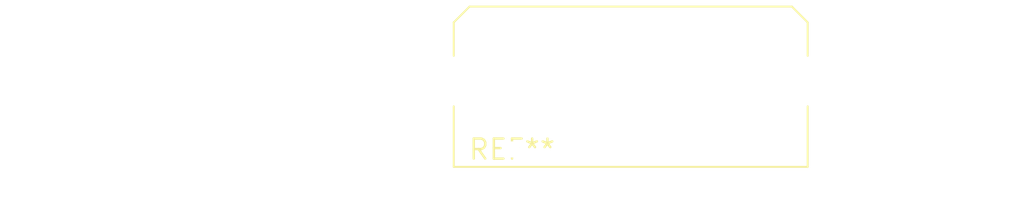
<source format=kicad_pcb>
(kicad_pcb (version 20240108) (generator pcbnew)
  (layers (0 "F.Cu" signal) (31 "B.Cu" signal) (34 "B.Paste" user) (35 "F.Paste" user) (36 "B.SilkS" user "B.Silkscreen") (37 "F.SilkS" user "F.Silkscreen") (38 "B.Mask" user) (39 "F.Mask" user) (44 "Edge.Cuts" user))
  (net 0 "")
  (footprint "Molex_Micro-Fit_3.0_43045-1221_2x06-1MP_P3.00mm_Horizontal" (layer "F.Cu") (at 0 0)
    (property "Reference" "REF**")
    (property "Value" "Molex_Micro-Fit_3.0_43045-1221_2x06-1MP_P3.00mm_Horizontal")
    (fp_line (start -3.685 -8.03) (end -2.685 -9.03) (layer "F.SilkS") (stroke (width 0.12)))
    (fp_line (start -3.685 -5.915) (end -3.685 -8.03) (layer "F.SilkS") (stroke (width 0.12)))
    (fp_line (start -3.685 -2.725) (end -3.685 1.1) (layer "F.SilkS") (stroke (width 0.12)))
    (fp_line (start -3.685 1.1) (end 18.685 1.1) (layer "F.SilkS") (stroke (width 0.12)))
    (fp_line (start -2.685 -9.03) (end 17.685 -9.03) (layer "F.SilkS") (stroke (width 0.12)))
    (fp_line (start 17.685 -9.03) (end 18.685 -8.03) (layer "F.SilkS") (stroke (width 0.12)))
    (fp_line (start 18.685 -8.03) (end 18.685 -5.915) (layer "F.SilkS") (stroke (width 0.12)))
    (fp_line (start 18.685 1.1) (end 18.685 -2.725) (layer "F.SilkS") (stroke (width 0.12)))
    (pad "1" thru_hole roundrect (at 0 0) (size 1.5 1.5) (drill 1.02) (layers *.Cu *.Mask) (remove_unused_layers) (roundrect_rratio 0.166667))
    (pad "2" thru_hole circle (at 3 0) (size 1.5 1.5) (drill 1.02) (layers *.Cu *.Mask) (remove_unused_layers))
    (pad "3" thru_hole circle (at 6 0) (size 1.5 1.5) (drill 1.02) (layers *.Cu *.Mask) (remove_unused_layers))
    (pad "4" thru_hole circle (at 9 0) (size 1.5 1.5) (drill 1.02) (layers *.Cu *.Mask) (remove_unused_layers))
    (pad "5" thru_hole circle (at 12 0) (size 1.5 1.5) (drill 1.02) (layers *.Cu *.Mask) (remove_unused_layers))
    (pad "6" thru_hole circle (at 15 0) (size 1.5 1.5) (drill 1.02) (layers *.Cu *.Mask) (remove_unused_layers))
    (pad "7" thru_hole circle (at 0 3) (size 1.5 1.5) (drill 1.02) (layers *.Cu *.Mask) (remove_unused_layers))
    (pad "8" thru_hole circle (at 3 3) (size 1.5 1.5) (drill 1.02) (layers *.Cu *.Mask) (remove_unused_layers))
    (pad "9" thru_hole circle (at 6 3) (size 1.5 1.5) (drill 1.02) (layers *.Cu *.Mask) (remove_unused_layers))
    (pad "10" thru_hole circle (at 9 3) (size 1.5 1.5) (drill 1.02) (layers *.Cu *.Mask) (remove_unused_layers))
    (pad "11" thru_hole circle (at 12 3) (size 1.5 1.5) (drill 1.02) (layers *.Cu *.Mask) (remove_unused_layers))
    (pad "12" thru_hole circle (at 15 3) (size 1.5 1.5) (drill 1.02) (layers *.Cu *.Mask) (remove_unused_layers))
    (pad "MP" thru_hole circle (at -2.15 -4.32) (size 3.41 3.41) (drill 2.41) (layers *.Cu *.Mask) (remove_unused_layers))
    (pad "MP" thru_hole circle (at 17.15 -4.32) (size 3.41 3.41) (drill 2.41) (layers *.Cu *.Mask) (remove_unused_layers))
  )
)
</source>
